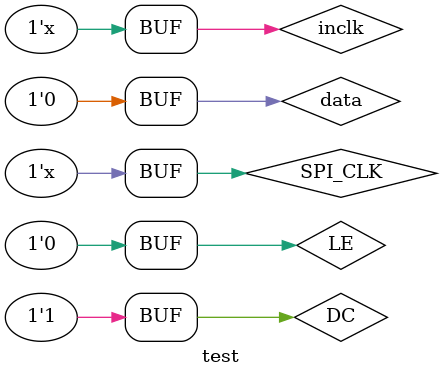
<source format=v>
`timescale 1ns /1ps

module test;

reg inclk,LE,data,SPI_CLK,DC;

ledtop ledtop(
	.inclk(inclk),
	.SPI_CLK(SPI_CLK),
	.data(data),
	.le(LE),//低电平使能
	.DC(DC),
	.zerodata(zerodata)
);

initial
begin 
inclk <= 0;
SPI_CLK <= 0;
end

initial
begin 
data <= 0;
LE <= 1;
DC <= 0;
#1250 LE<=0; //打开使能
	data <= 1;//0
#25 data <= 1;//1
#25 data <= 0;//2
#25 data <= 1;//3
#25 data <= 1;//4
#25 data <= 0;//5
#25 data <= 1;//6
#25 data <= 0;//7
#25 LE<=1; //关闭使能
 DC <= 1; //传输数据
#25 LE<=0; //打开使能
end

always
begin
#42 inclk <= ~inclk;
end

always
begin
#12.5 SPI_CLK <= ~SPI_CLK;
end
//$stop;

endmodule

</source>
